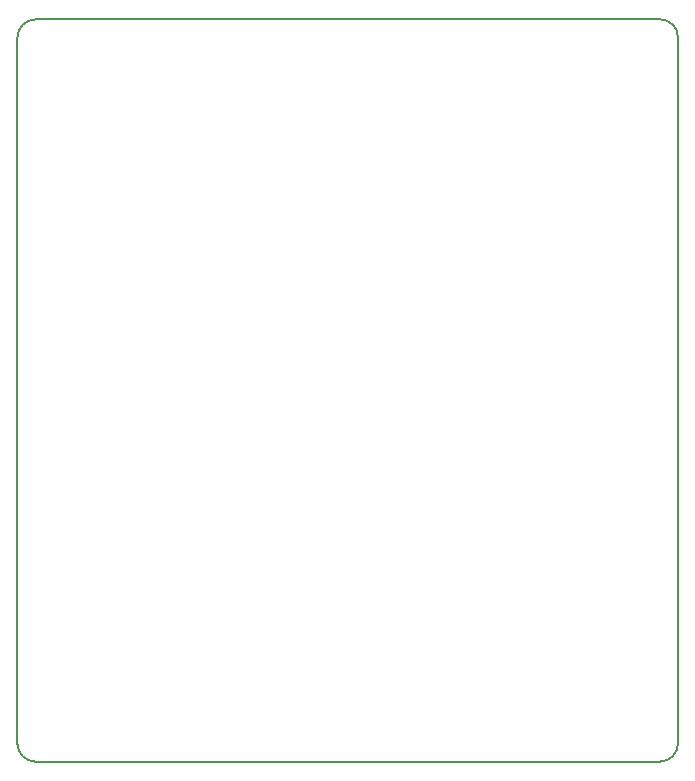
<source format=gm1>
G04 #@! TF.FileFunction,Profile,NP*
%FSLAX46Y46*%
G04 Gerber Fmt 4.6, Leading zero omitted, Abs format (unit mm)*
G04 Created by KiCad (PCBNEW 4.0.7-e2-6376~58~ubuntu16.04.1) date Fri Jan 26 09:39:30 2018*
%MOMM*%
%LPD*%
G01*
G04 APERTURE LIST*
%ADD10C,0.100000*%
%ADD11C,0.150000*%
G04 APERTURE END LIST*
D10*
D11*
X101142800Y-72847200D02*
G75*
G03X99618800Y-71323200I-1524000J0D01*
G01*
X45212000Y-132638800D02*
G75*
G03X46736000Y-134162800I1524000J0D01*
G01*
X99618800Y-134162800D02*
G75*
G03X101142800Y-132638800I0J1524000D01*
G01*
X46736000Y-71323200D02*
G75*
G03X45212000Y-72847200I0J-1524000D01*
G01*
X45212000Y-132638800D02*
X45212000Y-72847200D01*
X99618800Y-134162800D02*
X46736000Y-134162800D01*
X101142800Y-72847200D02*
X101142800Y-132638800D01*
X99618800Y-71323200D02*
X46736000Y-71323200D01*
M02*

</source>
